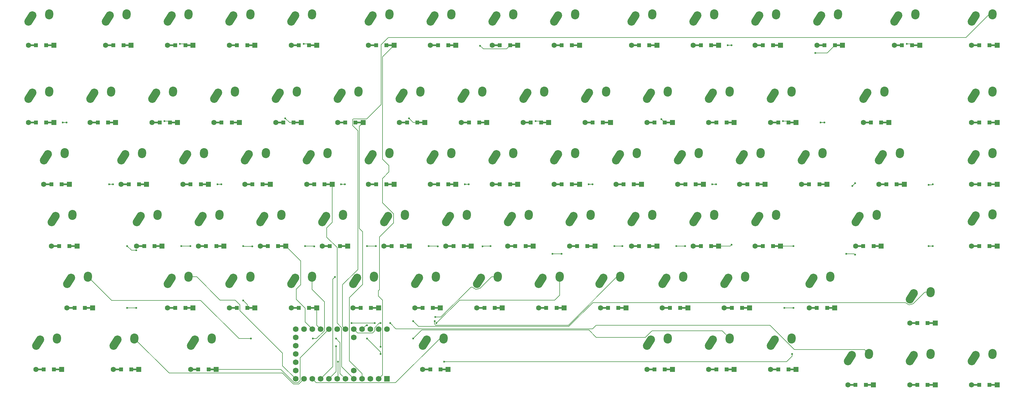
<source format=gbr>
%TF.GenerationSoftware,KiCad,Pcbnew,9.0.2*%
%TF.CreationDate,2025-11-03T13:59:49-05:00*%
%TF.ProjectId,750-THR-Earthtyper,3735302d-5448-4522-9d45-617274687479,rev?*%
%TF.SameCoordinates,Original*%
%TF.FileFunction,Copper,L2,Bot*%
%TF.FilePolarity,Positive*%
%FSLAX46Y46*%
G04 Gerber Fmt 4.6, Leading zero omitted, Abs format (unit mm)*
G04 Created by KiCad (PCBNEW 9.0.2) date 2025-11-03 13:59:49*
%MOMM*%
%LPD*%
G01*
G04 APERTURE LIST*
G04 Aperture macros list*
%AMHorizOval*
0 Thick line with rounded ends*
0 $1 width*
0 $2 $3 position (X,Y) of the first rounded end (center of the circle)*
0 $4 $5 position (X,Y) of the second rounded end (center of the circle)*
0 Add line between two ends*
20,1,$1,$2,$3,$4,$5,0*
0 Add two circle primitives to create the rounded ends*
1,1,$1,$2,$3*
1,1,$1,$4,$5*%
G04 Aperture macros list end*
%TA.AperFunction,ComponentPad*%
%ADD10HorizOval,2.500000X-0.604462X-0.948815X0.604462X0.948815X0*%
%TD*%
%TA.AperFunction,ComponentPad*%
%ADD11HorizOval,2.500000X-0.019724X-0.289328X0.019724X0.289328X0*%
%TD*%
%TA.AperFunction,ComponentPad*%
%ADD12R,1.600000X1.600000*%
%TD*%
%TA.AperFunction,SMDPad,CuDef*%
%ADD13R,2.500000X0.500000*%
%TD*%
%TA.AperFunction,SMDPad,CuDef*%
%ADD14R,1.200000X1.200000*%
%TD*%
%TA.AperFunction,ComponentPad*%
%ADD15C,1.600000*%
%TD*%
%TA.AperFunction,ComponentPad*%
%ADD16R,1.752600X1.752600*%
%TD*%
%TA.AperFunction,ComponentPad*%
%ADD17C,1.752600*%
%TD*%
%TA.AperFunction,ViaPad*%
%ADD18C,0.600000*%
%TD*%
%TA.AperFunction,Conductor*%
%ADD19C,0.200000*%
%TD*%
G04 APERTURE END LIST*
D10*
%TO.P,K40,1*%
%TO.N,Net-(D40-A)*%
X174043350Y84050700D03*
D11*
%TO.P,K40,2*%
%TO.N,Net-(U1-PE6)*%
X179818350Y85320700D03*
%TD*%
D10*
%TO.P,K8,1*%
%TO.N,Net-(D8-A)*%
X136146550Y126684600D03*
D11*
%TO.P,K8,2*%
%TO.N,Net-(U1-PD5)*%
X141921550Y127954600D03*
%TD*%
D10*
%TO.P,K58,1*%
%TO.N,Net-(D58-A)*%
X247468400Y65102300D03*
D11*
%TO.P,K58,2*%
%TO.N,Net-(U1-PF4)*%
X253243400Y66372300D03*
%TD*%
D10*
%TO.P,K75,1*%
%TO.N,Net-(D75-A)*%
X114829600Y27205500D03*
D11*
%TO.P,K75,2*%
%TO.N,Net-(U1-PD3)*%
X120604600Y28475500D03*
%TD*%
D10*
%TO.P,K76,1*%
%TO.N,Net-(D76-A)*%
X183517550Y27205500D03*
D11*
%TO.P,K76,2*%
%TO.N,Net-(U1-PE6)*%
X189292550Y28475500D03*
%TD*%
D10*
%TO.P,K50,1*%
%TO.N,Net-(D50-A)*%
X84038450Y65102300D03*
D11*
%TO.P,K50,2*%
%TO.N,Net-(U1-PD2)*%
X89813450Y66372300D03*
%TD*%
D10*
%TO.P,K48,1*%
%TO.N,Net-(D48-A)*%
X46141650Y65102300D03*
D11*
%TO.P,K48,2*%
%TO.N,Net-(U1-PD0)*%
X51916650Y66372300D03*
%TD*%
D10*
%TO.P,K23,1*%
%TO.N,Net-(D23-A)*%
X126672350Y102999100D03*
D11*
%TO.P,K23,2*%
%TO.N,Net-(U1-PD4)*%
X132447350Y104269100D03*
%TD*%
D10*
%TO.P,K69,1*%
%TO.N,Net-(D69-A)*%
X188254650Y46153900D03*
D11*
%TO.P,K69,2*%
%TO.N,Net-(U1-PE6)*%
X194029650Y47423900D03*
%TD*%
D10*
%TO.P,K54,1*%
%TO.N,Net-(D54-A)*%
X159832050Y65102300D03*
D11*
%TO.P,K54,2*%
%TO.N,Net-(U1-PD7)*%
X165607050Y66372300D03*
%TD*%
D10*
%TO.P,K51,1*%
%TO.N,Net-(D51-A)*%
X102986850Y65102300D03*
D11*
%TO.P,K51,2*%
%TO.N,Net-(U1-PD3)*%
X108761850Y66372300D03*
%TD*%
D10*
%TO.P,K63,1*%
%TO.N,Net-(D63-A)*%
X74564250Y46153900D03*
D11*
%TO.P,K63,2*%
%TO.N,Net-(U1-PD1)*%
X80339250Y47423900D03*
%TD*%
D10*
%TO.P,K14,1*%
%TO.N,Net-(D14-A)*%
X259311150Y126684600D03*
D11*
%TO.P,K14,2*%
%TO.N,Net-(U1-PF5)*%
X265086150Y127954600D03*
%TD*%
D10*
%TO.P,K43,1*%
%TO.N,Net-(D43-A)*%
X230888550Y84050700D03*
D11*
%TO.P,K43,2*%
%TO.N,Net-(U1-PF4)*%
X236663550Y85320700D03*
%TD*%
D10*
%TO.P,K44,1*%
%TO.N,Net-(D44-A)*%
X254574050Y84050700D03*
D11*
%TO.P,K44,2*%
%TO.N,Net-(U1-PF5)*%
X260349050Y85320700D03*
%TD*%
D10*
%TO.P,K57,1*%
%TO.N,Net-(D57-A)*%
X216677250Y65102300D03*
D11*
%TO.P,K57,2*%
%TO.N,Net-(U1-PF1)*%
X222452250Y66372300D03*
%TD*%
D10*
%TO.P,K24,1*%
%TO.N,Net-(D24-A)*%
X145620750Y102999100D03*
D11*
%TO.P,K24,2*%
%TO.N,Net-(U1-PD5)*%
X151395750Y104269100D03*
%TD*%
D10*
%TO.P,K39,1*%
%TO.N,Net-(D39-A)*%
X155094950Y84050700D03*
D11*
%TO.P,K39,2*%
%TO.N,Net-(U1-PD7)*%
X160869950Y85320700D03*
%TD*%
D10*
%TO.P,K65,1*%
%TO.N,Net-(D65-A)*%
X112461050Y46153900D03*
D11*
%TO.P,K65,2*%
%TO.N,Net-(U1-PD3)*%
X118236050Y47423900D03*
%TD*%
D10*
%TO.P,K7,1*%
%TO.N,Net-(D7-A)*%
X117198150Y126684600D03*
D11*
%TO.P,K7,2*%
%TO.N,Net-(U1-PD4)*%
X122973150Y127954600D03*
%TD*%
D10*
%TO.P,K20,1*%
%TO.N,Net-(D20-A)*%
X69827150Y102999100D03*
D11*
%TO.P,K20,2*%
%TO.N,Net-(U1-PD1)*%
X75602150Y104269100D03*
%TD*%
D10*
%TO.P,K72,1*%
%TO.N,Net-(D72-A)*%
X-3597900Y27205500D03*
D11*
%TO.P,K72,2*%
%TO.N,Net-(U1-PB7)*%
X2177100Y28475500D03*
%TD*%
D10*
%TO.P,K68,1*%
%TO.N,Net-(D68-A)*%
X168963350Y46153900D03*
D11*
%TO.P,K68,2*%
%TO.N,Net-(U1-PD7)*%
X174738350Y47423900D03*
%TD*%
D10*
%TO.P,K81,1*%
%TO.N,Net-(D81-A)*%
X264048250Y22468400D03*
D11*
%TO.P,K81,2*%
%TO.N,Net-(U1-PF5)*%
X269823250Y23738400D03*
%TD*%
D10*
%TO.P,K74,1*%
%TO.N,Net-(D74-A)*%
X43773100Y27205500D03*
D11*
%TO.P,K74,2*%
%TO.N,Net-(U1-PD0)*%
X49548100Y28475500D03*
%TD*%
D10*
%TO.P,K35,1*%
%TO.N,Net-(D35-A)*%
X79301350Y84050700D03*
D11*
%TO.P,K35,2*%
%TO.N,Net-(U1-PD2)*%
X85076350Y85320700D03*
%TD*%
D10*
%TO.P,K66,1*%
%TO.N,Net-(D66-A)*%
X131409450Y46153900D03*
D11*
%TO.P,K66,2*%
%TO.N,Net-(U1-PD4)*%
X137184450Y47423900D03*
%TD*%
D10*
%TO.P,K38,1*%
%TO.N,Net-(D38-A)*%
X136146550Y84050700D03*
D11*
%TO.P,K38,2*%
%TO.N,Net-(U1-PD5)*%
X141921550Y85320700D03*
%TD*%
D10*
%TO.P,K3,1*%
%TO.N,Net-(D3-A)*%
X36667450Y126684600D03*
D11*
%TO.P,K3,2*%
%TO.N,Net-(U1-PC7)*%
X42442450Y127954600D03*
%TD*%
D10*
%TO.P,K67,1*%
%TO.N,Net-(D67-A)*%
X150357850Y46153900D03*
D11*
%TO.P,K67,2*%
%TO.N,Net-(U1-PD5)*%
X156132850Y47423900D03*
%TD*%
D10*
%TO.P,K79,1*%
%TO.N,Net-(D79-A)*%
X245099850Y22468400D03*
D11*
%TO.P,K79,2*%
%TO.N,Net-(U1-PF4)*%
X250874850Y23738400D03*
%TD*%
D10*
%TO.P,K10,1*%
%TO.N,Net-(D10-A)*%
X178780450Y126684600D03*
D11*
%TO.P,K10,2*%
%TO.N,Net-(U1-PE6)*%
X184555450Y127954600D03*
%TD*%
D10*
%TO.P,K64,1*%
%TO.N,Net-(D64-A)*%
X93512650Y46153900D03*
D11*
%TO.P,K64,2*%
%TO.N,Net-(U1-PD2)*%
X99287650Y47423900D03*
%TD*%
D10*
%TO.P,K32,1*%
%TO.N,Net-(D32-A)*%
X22456150Y84050700D03*
D11*
%TO.P,K32,2*%
%TO.N,Net-(U1-PC7)*%
X28231150Y85320700D03*
%TD*%
D10*
%TO.P,K61,1*%
%TO.N,Net-(D61-A)*%
X36667450Y46153900D03*
D11*
%TO.P,K61,2*%
%TO.N,Net-(U1-PC7)*%
X42442450Y47423900D03*
%TD*%
D10*
%TO.P,K33,1*%
%TO.N,Net-(D33-A)*%
X41404550Y84050700D03*
D11*
%TO.P,K33,2*%
%TO.N,Net-(U1-PD0)*%
X47179550Y85320700D03*
%TD*%
D10*
%TO.P,K52,1*%
%TO.N,Net-(D52-A)*%
X121935250Y65102300D03*
D11*
%TO.P,K52,2*%
%TO.N,Net-(U1-PD4)*%
X127710250Y66372300D03*
%TD*%
D10*
%TO.P,K30,1*%
%TO.N,Net-(D30-A)*%
X282996650Y102999100D03*
D11*
%TO.P,K30,2*%
%TO.N,Net-(U1-PF6)*%
X288771650Y104269100D03*
%TD*%
D10*
%TO.P,K56,1*%
%TO.N,Net-(D56-A)*%
X197728850Y65102300D03*
D11*
%TO.P,K56,2*%
%TO.N,Net-(U1-PF0)*%
X203503850Y66372300D03*
%TD*%
D10*
%TO.P,K73,1*%
%TO.N,Net-(D73-A)*%
X20087600Y27205500D03*
D11*
%TO.P,K73,2*%
%TO.N,Net-(U1-PC6)*%
X25862600Y28475500D03*
%TD*%
D10*
%TO.P,K82,1*%
%TO.N,Net-(D82-A)*%
X282996650Y22468400D03*
D11*
%TO.P,K82,2*%
%TO.N,Net-(U1-PF6)*%
X288771650Y23738400D03*
%TD*%
D10*
%TO.P,K37,1*%
%TO.N,Net-(D37-A)*%
X117198150Y84050700D03*
D11*
%TO.P,K37,2*%
%TO.N,Net-(U1-PD4)*%
X122973150Y85320700D03*
%TD*%
D10*
%TO.P,K49,1*%
%TO.N,Net-(D49-A)*%
X65090050Y65102300D03*
D11*
%TO.P,K49,2*%
%TO.N,Net-(U1-PD1)*%
X70865050Y66372300D03*
%TD*%
D10*
%TO.P,K21,1*%
%TO.N,Net-(D21-A)*%
X88775550Y102999100D03*
D11*
%TO.P,K21,2*%
%TO.N,Net-(U1-PD2)*%
X94550550Y104269100D03*
%TD*%
D10*
%TO.P,K12,1*%
%TO.N,Net-(D12-A)*%
X216677250Y126684600D03*
D11*
%TO.P,K12,2*%
%TO.N,Net-(U1-PF1)*%
X222452250Y127954600D03*
%TD*%
D10*
%TO.P,K1,1*%
%TO.N,Net-(D1-A)*%
X-5966450Y126684600D03*
D11*
%TO.P,K1,2*%
%TO.N,Net-(U1-PB7)*%
X-191450Y127954600D03*
%TD*%
D10*
%TO.P,K77,1*%
%TO.N,Net-(D77-A)*%
X202465950Y27205500D03*
D11*
%TO.P,K77,2*%
%TO.N,Net-(U1-PF0)*%
X208240950Y28475500D03*
%TD*%
D10*
%TO.P,K29,1*%
%TO.N,Net-(D29-A)*%
X249836950Y102999100D03*
D11*
%TO.P,K29,2*%
%TO.N,Net-(U1-PF5)*%
X255611950Y104269100D03*
%TD*%
D10*
%TO.P,K18,1*%
%TO.N,Net-(D18-A)*%
X31930350Y102999100D03*
D11*
%TO.P,K18,2*%
%TO.N,Net-(U1-PC7)*%
X37705350Y104269100D03*
%TD*%
D10*
%TO.P,K13,1*%
%TO.N,Net-(D13-A)*%
X235625650Y126684600D03*
D11*
%TO.P,K13,2*%
%TO.N,Net-(U1-PF4)*%
X241400650Y127954600D03*
%TD*%
D10*
%TO.P,K70,1*%
%TO.N,Net-(D70-A)*%
X207203050Y46153900D03*
D11*
%TO.P,K70,2*%
%TO.N,Net-(U1-PF0)*%
X212978050Y47423900D03*
%TD*%
D10*
%TO.P,K41,1*%
%TO.N,Net-(D41-A)*%
X192991750Y84050700D03*
D11*
%TO.P,K41,2*%
%TO.N,Net-(U1-PF0)*%
X198766750Y85320700D03*
%TD*%
D10*
%TO.P,K60,1*%
%TO.N,Net-(D60-A)*%
X5876300Y46153900D03*
D11*
%TO.P,K60,2*%
%TO.N,Net-(U1-PB7)*%
X11651300Y47423900D03*
%TD*%
D10*
%TO.P,K15,1*%
%TO.N,Net-(D15-A)*%
X282996650Y126684600D03*
D11*
%TO.P,K15,2*%
%TO.N,Net-(U1-PF6)*%
X288771650Y127954600D03*
%TD*%
D10*
%TO.P,K22,1*%
%TO.N,Net-(D22-A)*%
X107723950Y102999100D03*
D11*
%TO.P,K22,2*%
%TO.N,Net-(U1-PD3)*%
X113498950Y104269100D03*
%TD*%
D10*
%TO.P,K9,1*%
%TO.N,Net-(D9-A)*%
X155094950Y126684600D03*
D11*
%TO.P,K9,2*%
%TO.N,Net-(U1-PD7)*%
X160869950Y127954600D03*
%TD*%
D10*
%TO.P,K27,1*%
%TO.N,Net-(D27-A)*%
X202465950Y102999100D03*
D11*
%TO.P,K27,2*%
%TO.N,Net-(U1-PF0)*%
X208240950Y104269100D03*
%TD*%
D10*
%TO.P,K45,1*%
%TO.N,Net-(D45-A)*%
X282996650Y84050700D03*
D11*
%TO.P,K45,2*%
%TO.N,Net-(U1-PF6)*%
X288771650Y85320700D03*
%TD*%
D10*
%TO.P,K4,1*%
%TO.N,Net-(D4-A)*%
X55615850Y126684600D03*
D11*
%TO.P,K4,2*%
%TO.N,Net-(U1-PD0)*%
X61390850Y127954600D03*
%TD*%
D10*
%TO.P,K34,1*%
%TO.N,Net-(D34-A)*%
X60352950Y84050700D03*
D11*
%TO.P,K34,2*%
%TO.N,Net-(U1-PD1)*%
X66127950Y85320700D03*
%TD*%
D10*
%TO.P,K42,1*%
%TO.N,Net-(D42-A)*%
X211940150Y84050700D03*
D11*
%TO.P,K42,2*%
%TO.N,Net-(U1-PF1)*%
X217715150Y85320700D03*
%TD*%
D10*
%TO.P,K62,1*%
%TO.N,Net-(D62-A)*%
X55615850Y46153900D03*
D11*
%TO.P,K62,2*%
%TO.N,Net-(U1-PD0)*%
X61390850Y47423900D03*
%TD*%
D10*
%TO.P,K26,1*%
%TO.N,Net-(D26-A)*%
X183517550Y102999100D03*
D11*
%TO.P,K26,2*%
%TO.N,Net-(U1-PE6)*%
X189292550Y104269100D03*
%TD*%
D10*
%TO.P,K19,1*%
%TO.N,Net-(D19-A)*%
X50878750Y102999100D03*
D11*
%TO.P,K19,2*%
%TO.N,Net-(U1-PD0)*%
X56653750Y104269100D03*
%TD*%
D10*
%TO.P,K55,1*%
%TO.N,Net-(D55-A)*%
X178780450Y65102300D03*
D11*
%TO.P,K55,2*%
%TO.N,Net-(U1-PE6)*%
X184555450Y66372300D03*
%TD*%
D10*
%TO.P,K31,1*%
%TO.N,Net-(D31-A)*%
X-1229350Y84050700D03*
D11*
%TO.P,K31,2*%
%TO.N,Net-(U1-PB7)*%
X4545650Y85320700D03*
%TD*%
D10*
%TO.P,K59,1*%
%TO.N,Net-(D59-A)*%
X282996650Y65254700D03*
D11*
%TO.P,K59,2*%
%TO.N,Net-(U1-PF6)*%
X288771650Y66524700D03*
%TD*%
D10*
%TO.P,K78,1*%
%TO.N,Net-(D78-A)*%
X221414350Y27205500D03*
D11*
%TO.P,K78,2*%
%TO.N,Net-(U1-PF1)*%
X227189350Y28475500D03*
%TD*%
D10*
%TO.P,K53,1*%
%TO.N,Net-(D53-A)*%
X140883650Y65102300D03*
D11*
%TO.P,K53,2*%
%TO.N,Net-(U1-PD5)*%
X146658650Y66372300D03*
%TD*%
D10*
%TO.P,K6,1*%
%TO.N,Net-(D6-A)*%
X98249750Y126684600D03*
D11*
%TO.P,K6,2*%
%TO.N,Net-(U1-PD3)*%
X104024750Y127954600D03*
%TD*%
D10*
%TO.P,K25,1*%
%TO.N,Net-(D25-A)*%
X164569150Y102999100D03*
D11*
%TO.P,K25,2*%
%TO.N,Net-(U1-PD7)*%
X170344150Y104269100D03*
%TD*%
D10*
%TO.P,K36,1*%
%TO.N,Net-(D36-A)*%
X98249750Y84050700D03*
D11*
%TO.P,K36,2*%
%TO.N,Net-(U1-PD3)*%
X104024750Y85320700D03*
%TD*%
D10*
%TO.P,K16,1*%
%TO.N,Net-(D16-A)*%
X-5966450Y102999100D03*
D11*
%TO.P,K16,2*%
%TO.N,Net-(U1-PB7)*%
X-191450Y104269100D03*
%TD*%
D10*
%TO.P,K71,1*%
%TO.N,Net-(D71-A)*%
X233257100Y46153900D03*
D11*
%TO.P,K71,2*%
%TO.N,Net-(U1-PF4)*%
X239032100Y47423900D03*
%TD*%
D10*
%TO.P,K46,1*%
%TO.N,Net-(D46-A)*%
X1139200Y65102300D03*
D11*
%TO.P,K46,2*%
%TO.N,Net-(U1-PB7)*%
X6914200Y66372300D03*
%TD*%
D10*
%TO.P,K80,1*%
%TO.N,Net-(D80-A)*%
X264048250Y41416800D03*
D11*
%TO.P,K80,2*%
%TO.N,Net-(U1-PF5)*%
X269823250Y42686800D03*
%TD*%
D10*
%TO.P,K28,1*%
%TO.N,Net-(D28-A)*%
X221414350Y102999100D03*
D11*
%TO.P,K28,2*%
%TO.N,Net-(U1-PF1)*%
X227189350Y104269100D03*
%TD*%
D10*
%TO.P,K11,1*%
%TO.N,Net-(D11-A)*%
X197728850Y126684600D03*
D11*
%TO.P,K11,2*%
%TO.N,Net-(U1-PF0)*%
X203503850Y127954600D03*
%TD*%
D10*
%TO.P,K5,1*%
%TO.N,Net-(D5-A)*%
X74564250Y126684600D03*
D11*
%TO.P,K5,2*%
%TO.N,Net-(U1-PD1)*%
X80339250Y127954600D03*
%TD*%
D10*
%TO.P,K47,1*%
%TO.N,Net-(D47-A)*%
X27193250Y65102300D03*
D11*
%TO.P,K47,2*%
%TO.N,Net-(U1-PC7)*%
X32968250Y66372300D03*
%TD*%
D10*
%TO.P,K17,1*%
%TO.N,Net-(D17-A)*%
X12981950Y102999100D03*
D11*
%TO.P,K17,2*%
%TO.N,Net-(U1-PC6)*%
X18756950Y104269100D03*
%TD*%
D10*
%TO.P,K2,1*%
%TO.N,Net-(D2-A)*%
X17719050Y126684600D03*
D11*
%TO.P,K2,2*%
%TO.N,Net-(U1-PC6)*%
X23494050Y127954600D03*
%TD*%
D12*
%TO.P,D57,1,K*%
%TO.N,Net-(D46-K)*%
X223832250Y56845200D03*
D13*
X222632250Y56845200D03*
D14*
X221507250Y56845200D03*
%TO.P,D57,2,A*%
%TO.N,Net-(D57-A)*%
X218357250Y56845200D03*
D13*
X217232250Y56845200D03*
D15*
X216032250Y56845200D03*
%TD*%
D12*
%TO.P,D33,1,K*%
%TO.N,Net-(D31-K)*%
X48559550Y75793600D03*
D13*
X47359550Y75793600D03*
D14*
X46234550Y75793600D03*
%TO.P,D33,2,A*%
%TO.N,Net-(D33-A)*%
X43084550Y75793600D03*
D13*
X41959550Y75793600D03*
D15*
X40759550Y75793600D03*
%TD*%
D12*
%TO.P,D40,1,K*%
%TO.N,Net-(D31-K)*%
X181198350Y75793600D03*
D13*
X179998350Y75793600D03*
D14*
X178873350Y75793600D03*
%TO.P,D40,2,A*%
%TO.N,Net-(D40-A)*%
X175723350Y75793600D03*
D13*
X174598350Y75793600D03*
D15*
X173398350Y75793600D03*
%TD*%
D12*
%TO.P,D71,1,K*%
%TO.N,Net-(D60-K)*%
X240412100Y37896800D03*
D13*
X239212100Y37896800D03*
D14*
X238087100Y37896800D03*
%TO.P,D71,2,A*%
%TO.N,Net-(D71-A)*%
X234937100Y37896800D03*
D13*
X233812100Y37896800D03*
D15*
X232612100Y37896800D03*
%TD*%
D12*
%TO.P,D43,1,K*%
%TO.N,Net-(D31-K)*%
X238043550Y75793600D03*
D13*
X236843550Y75793600D03*
D14*
X235718550Y75793600D03*
%TO.P,D43,2,A*%
%TO.N,Net-(D43-A)*%
X232568550Y75793600D03*
D13*
X231443550Y75793600D03*
D15*
X230243550Y75793600D03*
%TD*%
D12*
%TO.P,D50,1,K*%
%TO.N,Net-(D46-K)*%
X91193450Y56845200D03*
D13*
X89993450Y56845200D03*
D14*
X88868450Y56845200D03*
%TO.P,D50,2,A*%
%TO.N,Net-(D50-A)*%
X85718450Y56845200D03*
D13*
X84593450Y56845200D03*
D15*
X83393450Y56845200D03*
%TD*%
D12*
%TO.P,D21,1,K*%
%TO.N,Net-(D16-K)*%
X95930550Y94742000D03*
D13*
X94730550Y94742000D03*
D14*
X93605550Y94742000D03*
%TO.P,D21,2,A*%
%TO.N,Net-(D21-A)*%
X90455550Y94742000D03*
D13*
X89330550Y94742000D03*
D15*
X88130550Y94742000D03*
%TD*%
D12*
%TO.P,D65,1,K*%
%TO.N,Net-(D60-K)*%
X119616050Y37896800D03*
D13*
X118416050Y37896800D03*
D14*
X117291050Y37896800D03*
%TO.P,D65,2,A*%
%TO.N,Net-(D65-A)*%
X114141050Y37896800D03*
D13*
X113016050Y37896800D03*
D15*
X111816050Y37896800D03*
%TD*%
D12*
%TO.P,D6,1,K*%
%TO.N,Net-(D1-K)*%
X105404750Y118427500D03*
D13*
X104204750Y118427500D03*
D14*
X103079750Y118427500D03*
%TO.P,D6,2,A*%
%TO.N,Net-(D6-A)*%
X99929750Y118427500D03*
D13*
X98804750Y118427500D03*
D15*
X97604750Y118427500D03*
%TD*%
D12*
%TO.P,D14,1,K*%
%TO.N,Net-(D1-K)*%
X266466150Y118427500D03*
D13*
X265266150Y118427500D03*
D14*
X264141150Y118427500D03*
%TO.P,D14,2,A*%
%TO.N,Net-(D14-A)*%
X260991150Y118427500D03*
D13*
X259866150Y118427500D03*
D15*
X258666150Y118427500D03*
%TD*%
D12*
%TO.P,D72,1,K*%
%TO.N,Net-(D72-K)*%
X3557100Y18948400D03*
D13*
X2357100Y18948400D03*
D14*
X1232100Y18948400D03*
%TO.P,D72,2,A*%
%TO.N,Net-(D72-A)*%
X-1917900Y18948400D03*
D13*
X-3042900Y18948400D03*
D15*
X-4242900Y18948400D03*
%TD*%
D12*
%TO.P,D70,1,K*%
%TO.N,Net-(D60-K)*%
X214358050Y37896800D03*
D13*
X213158050Y37896800D03*
D14*
X212033050Y37896800D03*
%TO.P,D70,2,A*%
%TO.N,Net-(D70-A)*%
X208883050Y37896800D03*
D13*
X207758050Y37896800D03*
D15*
X206558050Y37896800D03*
%TD*%
D12*
%TO.P,D77,1,K*%
%TO.N,Net-(D72-K)*%
X209620950Y18948400D03*
D13*
X208420950Y18948400D03*
D14*
X207295950Y18948400D03*
%TO.P,D77,2,A*%
%TO.N,Net-(D77-A)*%
X204145950Y18948400D03*
D13*
X203020950Y18948400D03*
D15*
X201820950Y18948400D03*
%TD*%
D12*
%TO.P,D26,1,K*%
%TO.N,Net-(D16-K)*%
X190672550Y94742000D03*
D13*
X189472550Y94742000D03*
D14*
X188347550Y94742000D03*
%TO.P,D26,2,A*%
%TO.N,Net-(D26-A)*%
X185197550Y94742000D03*
D13*
X184072550Y94742000D03*
D15*
X182872550Y94742000D03*
%TD*%
D12*
%TO.P,D75,1,K*%
%TO.N,Net-(D72-K)*%
X121984600Y18948400D03*
D13*
X120784600Y18948400D03*
D14*
X119659600Y18948400D03*
%TO.P,D75,2,A*%
%TO.N,Net-(D75-A)*%
X116509600Y18948400D03*
D13*
X115384600Y18948400D03*
D15*
X114184600Y18948400D03*
%TD*%
D12*
%TO.P,D69,1,K*%
%TO.N,Net-(D60-K)*%
X195409650Y37896800D03*
D13*
X194209650Y37896800D03*
D14*
X193084650Y37896800D03*
%TO.P,D69,2,A*%
%TO.N,Net-(D69-A)*%
X189934650Y37896800D03*
D13*
X188809650Y37896800D03*
D15*
X187609650Y37896800D03*
%TD*%
D12*
%TO.P,D58,1,K*%
%TO.N,Net-(D46-K)*%
X254623400Y56845200D03*
D13*
X253423400Y56845200D03*
D14*
X252298400Y56845200D03*
%TO.P,D58,2,A*%
%TO.N,Net-(D58-A)*%
X249148400Y56845200D03*
D13*
X248023400Y56845200D03*
D15*
X246823400Y56845200D03*
%TD*%
D12*
%TO.P,D16,1,K*%
%TO.N,Net-(D16-K)*%
X1188550Y94742000D03*
D13*
X-11450Y94742000D03*
D14*
X-1136450Y94742000D03*
%TO.P,D16,2,A*%
%TO.N,Net-(D16-A)*%
X-4286450Y94742000D03*
D13*
X-5411450Y94742000D03*
D15*
X-6611450Y94742000D03*
%TD*%
D12*
%TO.P,D23,1,K*%
%TO.N,Net-(D16-K)*%
X133827350Y94742000D03*
D13*
X132627350Y94742000D03*
D14*
X131502350Y94742000D03*
%TO.P,D23,2,A*%
%TO.N,Net-(D23-A)*%
X128352350Y94742000D03*
D13*
X127227350Y94742000D03*
D15*
X126027350Y94742000D03*
%TD*%
D12*
%TO.P,D76,1,K*%
%TO.N,Net-(D72-K)*%
X190672550Y18948400D03*
D13*
X189472550Y18948400D03*
D14*
X188347550Y18948400D03*
%TO.P,D76,2,A*%
%TO.N,Net-(D76-A)*%
X185197550Y18948400D03*
D13*
X184072550Y18948400D03*
D15*
X182872550Y18948400D03*
%TD*%
D12*
%TO.P,D68,1,K*%
%TO.N,Net-(D60-K)*%
X176461250Y37896800D03*
D13*
X175261250Y37896800D03*
D14*
X174136250Y37896800D03*
%TO.P,D68,2,A*%
%TO.N,Net-(D68-A)*%
X170986250Y37896800D03*
D13*
X169861250Y37896800D03*
D15*
X168661250Y37896800D03*
%TD*%
D12*
%TO.P,D27,1,K*%
%TO.N,Net-(D16-K)*%
X209620950Y94742000D03*
D13*
X208420950Y94742000D03*
D14*
X207295950Y94742000D03*
%TO.P,D27,2,A*%
%TO.N,Net-(D27-A)*%
X204145950Y94742000D03*
D13*
X203020950Y94742000D03*
D15*
X201820950Y94742000D03*
%TD*%
D12*
%TO.P,D5,1,K*%
%TO.N,Net-(D1-K)*%
X81719250Y118427500D03*
D13*
X80519250Y118427500D03*
D14*
X79394250Y118427500D03*
%TO.P,D5,2,A*%
%TO.N,Net-(D5-A)*%
X76244250Y118427500D03*
D13*
X75119250Y118427500D03*
D15*
X73919250Y118427500D03*
%TD*%
D12*
%TO.P,D39,1,K*%
%TO.N,Net-(D31-K)*%
X162249950Y75793600D03*
D13*
X161049950Y75793600D03*
D14*
X159924950Y75793600D03*
%TO.P,D39,2,A*%
%TO.N,Net-(D39-A)*%
X156774950Y75793600D03*
D13*
X155649950Y75793600D03*
D15*
X154449950Y75793600D03*
%TD*%
D12*
%TO.P,D45,1,K*%
%TO.N,Net-(D31-K)*%
X290151650Y75793600D03*
D13*
X288951650Y75793600D03*
D14*
X287826650Y75793600D03*
%TO.P,D45,2,A*%
%TO.N,Net-(D45-A)*%
X284676650Y75793600D03*
D13*
X283551650Y75793600D03*
D15*
X282351650Y75793600D03*
%TD*%
D12*
%TO.P,D56,1,K*%
%TO.N,Net-(D46-K)*%
X204883850Y56845200D03*
D13*
X203683850Y56845200D03*
D14*
X202558850Y56845200D03*
%TO.P,D56,2,A*%
%TO.N,Net-(D56-A)*%
X199408850Y56845200D03*
D13*
X198283850Y56845200D03*
D15*
X197083850Y56845200D03*
%TD*%
D12*
%TO.P,D52,1,K*%
%TO.N,Net-(D46-K)*%
X129090250Y56845200D03*
D13*
X127890250Y56845200D03*
D14*
X126765250Y56845200D03*
%TO.P,D52,2,A*%
%TO.N,Net-(D52-A)*%
X123615250Y56845200D03*
D13*
X122490250Y56845200D03*
D15*
X121290250Y56845200D03*
%TD*%
D12*
%TO.P,D80,1,K*%
%TO.N,Net-(D60-K)*%
X271203250Y33159700D03*
D13*
X270003250Y33159700D03*
D14*
X268878250Y33159700D03*
%TO.P,D80,2,A*%
%TO.N,Net-(D80-A)*%
X265728250Y33159700D03*
D13*
X264603250Y33159700D03*
D15*
X263403250Y33159700D03*
%TD*%
D12*
%TO.P,D28,1,K*%
%TO.N,Net-(D16-K)*%
X228569350Y94742000D03*
D13*
X227369350Y94742000D03*
D14*
X226244350Y94742000D03*
%TO.P,D28,2,A*%
%TO.N,Net-(D28-A)*%
X223094350Y94742000D03*
D13*
X221969350Y94742000D03*
D15*
X220769350Y94742000D03*
%TD*%
D16*
%TO.P,U1,1,GND*%
%TO.N,unconnected-(U1-GND-Pad1)*%
X103219250Y16065500D03*
D17*
%TO.P,U1,2,PB0*%
%TO.N,Net-(D1-K)*%
X100679250Y16065500D03*
%TO.P,U1,3,PB1*%
%TO.N,unconnected-(U1-PB1-Pad3)*%
X98139250Y16065500D03*
%TO.P,U1,4,PB2*%
%TO.N,Net-(D16-K)*%
X95599250Y16065500D03*
%TO.P,U1,5,PB3*%
%TO.N,Net-(D31-K)*%
X93059250Y16065500D03*
%TO.P,U1,6,PB7*%
%TO.N,Net-(U1-PB7)*%
X90519250Y16065500D03*
%TO.P,U1,7,PD0*%
%TO.N,Net-(U1-PD0)*%
X87979250Y16065500D03*
%TO.P,U1,8,PD1*%
%TO.N,Net-(U1-PD1)*%
X85439250Y16065500D03*
%TO.P,U1,9,PD2*%
%TO.N,Net-(U1-PD2)*%
X82899250Y16065500D03*
%TO.P,U1,10,PD3*%
%TO.N,Net-(U1-PD3)*%
X80359250Y16065500D03*
%TO.P,U1,11,PC6*%
%TO.N,Net-(U1-PC6)*%
X77819250Y16065500D03*
%TO.P,U1,12,PC7*%
%TO.N,Net-(U1-PC7)*%
X75279250Y16065500D03*
%TO.P,U1,13,PD5*%
%TO.N,Net-(U1-PD5)*%
X75279250Y18605500D03*
%TO.P,U1,14,VCC*%
%TO.N,unconnected-(U1-VCC-Pad14)*%
X75279250Y21145500D03*
%TO.P,U1,15,GND*%
%TO.N,unconnected-(U1-GND-Pad15)*%
X75279250Y23685500D03*
%TO.P,U1,16,RST*%
%TO.N,unconnected-(U1-RST-Pad16)*%
X75279250Y26225500D03*
%TO.P,U1,17,PD4*%
%TO.N,Net-(U1-PD4)*%
X75279250Y28765500D03*
%TO.P,U1,18,PD6*%
%TO.N,unconnected-(U1-PD6-Pad18)*%
X75279250Y31305500D03*
%TO.P,U1,19,PD7*%
%TO.N,Net-(U1-PD7)*%
X77819250Y31305500D03*
%TO.P,U1,20,PB4*%
%TO.N,Net-(D46-K)*%
X80359250Y31305500D03*
%TO.P,U1,21,PB5*%
%TO.N,Net-(D60-K)*%
X82899250Y31305500D03*
%TO.P,U1,22,PB6*%
%TO.N,Net-(D72-K)*%
X85439250Y31305500D03*
%TO.P,U1,23,PF7*%
%TO.N,unconnected-(U1-PF7-Pad23)*%
X87979250Y31305500D03*
%TO.P,U1,24,PF6*%
%TO.N,Net-(U1-PF6)*%
X90519250Y31305500D03*
%TO.P,U1,25,PF5*%
%TO.N,Net-(U1-PF5)*%
X93059250Y31305500D03*
%TO.P,U1,26,PF4*%
%TO.N,Net-(U1-PF4)*%
X95599250Y31305500D03*
%TO.P,U1,27,PF1*%
%TO.N,Net-(U1-PF1)*%
X98139250Y31305500D03*
%TO.P,U1,28,PF0*%
%TO.N,Net-(U1-PF0)*%
X100679250Y31305500D03*
%TO.P,U1,29,VCC*%
%TO.N,unconnected-(U1-VCC-Pad29)*%
X103219250Y31305500D03*
%TO.P,U1,30,AREF*%
%TO.N,unconnected-(U1-AREF-Pad30)*%
X93059250Y28765500D03*
%TO.P,U1,31,PE6*%
%TO.N,Net-(U1-PE6)*%
X93059250Y18605500D03*
%TD*%
D12*
%TO.P,D30,1,K*%
%TO.N,Net-(D16-K)*%
X290151650Y94742000D03*
D13*
X288951650Y94742000D03*
D14*
X287826650Y94742000D03*
%TO.P,D30,2,A*%
%TO.N,Net-(D30-A)*%
X284676650Y94742000D03*
D13*
X283551650Y94742000D03*
D15*
X282351650Y94742000D03*
%TD*%
D12*
%TO.P,D55,1,K*%
%TO.N,Net-(D46-K)*%
X185935450Y56845200D03*
D13*
X184735450Y56845200D03*
D14*
X183610450Y56845200D03*
%TO.P,D55,2,A*%
%TO.N,Net-(D55-A)*%
X180460450Y56845200D03*
D13*
X179335450Y56845200D03*
D15*
X178135450Y56845200D03*
%TD*%
D12*
%TO.P,D79,1,K*%
%TO.N,Net-(D72-K)*%
X252254850Y14211300D03*
D13*
X251054850Y14211300D03*
D14*
X249929850Y14211300D03*
%TO.P,D79,2,A*%
%TO.N,Net-(D79-A)*%
X246779850Y14211300D03*
D13*
X245654850Y14211300D03*
D15*
X244454850Y14211300D03*
%TD*%
D12*
%TO.P,D29,1,K*%
%TO.N,Net-(D16-K)*%
X256991950Y94742000D03*
D13*
X255791950Y94742000D03*
D14*
X254666950Y94742000D03*
%TO.P,D29,2,A*%
%TO.N,Net-(D29-A)*%
X251516950Y94742000D03*
D13*
X250391950Y94742000D03*
D15*
X249191950Y94742000D03*
%TD*%
D12*
%TO.P,D74,1,K*%
%TO.N,Net-(D72-K)*%
X50928100Y18948400D03*
D13*
X49728100Y18948400D03*
D14*
X48603100Y18948400D03*
%TO.P,D74,2,A*%
%TO.N,Net-(D74-A)*%
X45453100Y18948400D03*
D13*
X44328100Y18948400D03*
D15*
X43128100Y18948400D03*
%TD*%
D12*
%TO.P,D44,1,K*%
%TO.N,Net-(D31-K)*%
X261729050Y75793600D03*
D13*
X260529050Y75793600D03*
D14*
X259404050Y75793600D03*
%TO.P,D44,2,A*%
%TO.N,Net-(D44-A)*%
X256254050Y75793600D03*
D13*
X255129050Y75793600D03*
D15*
X253929050Y75793600D03*
%TD*%
D12*
%TO.P,D64,1,K*%
%TO.N,Net-(D60-K)*%
X100667650Y37896800D03*
D13*
X99467650Y37896800D03*
D14*
X98342650Y37896800D03*
%TO.P,D64,2,A*%
%TO.N,Net-(D64-A)*%
X95192650Y37896800D03*
D13*
X94067650Y37896800D03*
D15*
X92867650Y37896800D03*
%TD*%
D12*
%TO.P,D24,1,K*%
%TO.N,Net-(D16-K)*%
X152775750Y94742000D03*
D13*
X151575750Y94742000D03*
D14*
X150450750Y94742000D03*
%TO.P,D24,2,A*%
%TO.N,Net-(D24-A)*%
X147300750Y94742000D03*
D13*
X146175750Y94742000D03*
D15*
X144975750Y94742000D03*
%TD*%
D12*
%TO.P,D73,1,K*%
%TO.N,Net-(D72-K)*%
X27242600Y18948400D03*
D13*
X26042600Y18948400D03*
D14*
X24917600Y18948400D03*
%TO.P,D73,2,A*%
%TO.N,Net-(D73-A)*%
X21767600Y18948400D03*
D13*
X20642600Y18948400D03*
D15*
X19442600Y18948400D03*
%TD*%
D12*
%TO.P,D12,1,K*%
%TO.N,Net-(D1-K)*%
X223832250Y118427500D03*
D13*
X222632250Y118427500D03*
D14*
X221507250Y118427500D03*
%TO.P,D12,2,A*%
%TO.N,Net-(D12-A)*%
X218357250Y118427500D03*
D13*
X217232250Y118427500D03*
D15*
X216032250Y118427500D03*
%TD*%
D12*
%TO.P,D81,1,K*%
%TO.N,Net-(D72-K)*%
X271203250Y14211300D03*
D13*
X270003250Y14211300D03*
D14*
X268878250Y14211300D03*
%TO.P,D81,2,A*%
%TO.N,Net-(D81-A)*%
X265728250Y14211300D03*
D13*
X264603250Y14211300D03*
D15*
X263403250Y14211300D03*
%TD*%
D12*
%TO.P,D78,1,K*%
%TO.N,Net-(D72-K)*%
X228569350Y18948400D03*
D13*
X227369350Y18948400D03*
D14*
X226244350Y18948400D03*
%TO.P,D78,2,A*%
%TO.N,Net-(D78-A)*%
X223094350Y18948400D03*
D13*
X221969350Y18948400D03*
D15*
X220769350Y18948400D03*
%TD*%
D12*
%TO.P,D38,1,K*%
%TO.N,Net-(D31-K)*%
X143301550Y75793600D03*
D13*
X142101550Y75793600D03*
D14*
X140976550Y75793600D03*
%TO.P,D38,2,A*%
%TO.N,Net-(D38-A)*%
X137826550Y75793600D03*
D13*
X136701550Y75793600D03*
D15*
X135501550Y75793600D03*
%TD*%
D12*
%TO.P,D41,1,K*%
%TO.N,Net-(D31-K)*%
X200146750Y75793600D03*
D13*
X198946750Y75793600D03*
D14*
X197821750Y75793600D03*
%TO.P,D41,2,A*%
%TO.N,Net-(D41-A)*%
X194671750Y75793600D03*
D13*
X193546750Y75793600D03*
D15*
X192346750Y75793600D03*
%TD*%
D12*
%TO.P,D13,1,K*%
%TO.N,Net-(D1-K)*%
X242780650Y118427500D03*
D13*
X241580650Y118427500D03*
D14*
X240455650Y118427500D03*
%TO.P,D13,2,A*%
%TO.N,Net-(D13-A)*%
X237305650Y118427500D03*
D13*
X236180650Y118427500D03*
D15*
X234980650Y118427500D03*
%TD*%
D12*
%TO.P,D10,1,K*%
%TO.N,Net-(D1-K)*%
X185935450Y118427500D03*
D13*
X184735450Y118427500D03*
D14*
X183610450Y118427500D03*
%TO.P,D10,2,A*%
%TO.N,Net-(D10-A)*%
X180460450Y118427500D03*
D13*
X179335450Y118427500D03*
D15*
X178135450Y118427500D03*
%TD*%
D12*
%TO.P,D60,1,K*%
%TO.N,Net-(D60-K)*%
X13031300Y37896800D03*
D13*
X11831300Y37896800D03*
D14*
X10706300Y37896800D03*
%TO.P,D60,2,A*%
%TO.N,Net-(D60-A)*%
X7556300Y37896800D03*
D13*
X6431300Y37896800D03*
D15*
X5231300Y37896800D03*
%TD*%
D12*
%TO.P,D42,1,K*%
%TO.N,Net-(D31-K)*%
X219095150Y75793600D03*
D13*
X217895150Y75793600D03*
D14*
X216770150Y75793600D03*
%TO.P,D42,2,A*%
%TO.N,Net-(D42-A)*%
X213620150Y75793600D03*
D13*
X212495150Y75793600D03*
D15*
X211295150Y75793600D03*
%TD*%
D12*
%TO.P,D53,1,K*%
%TO.N,Net-(D46-K)*%
X148038650Y56845200D03*
D13*
X146838650Y56845200D03*
D14*
X145713650Y56845200D03*
%TO.P,D53,2,A*%
%TO.N,Net-(D53-A)*%
X142563650Y56845200D03*
D13*
X141438650Y56845200D03*
D15*
X140238650Y56845200D03*
%TD*%
D12*
%TO.P,D61,1,K*%
%TO.N,Net-(D60-K)*%
X43822450Y37896800D03*
D13*
X42622450Y37896800D03*
D14*
X41497450Y37896800D03*
%TO.P,D61,2,A*%
%TO.N,Net-(D61-A)*%
X38347450Y37896800D03*
D13*
X37222450Y37896800D03*
D15*
X36022450Y37896800D03*
%TD*%
D12*
%TO.P,D48,1,K*%
%TO.N,Net-(D46-K)*%
X53296650Y56845200D03*
D13*
X52096650Y56845200D03*
D14*
X50971650Y56845200D03*
%TO.P,D48,2,A*%
%TO.N,Net-(D48-A)*%
X47821650Y56845200D03*
D13*
X46696650Y56845200D03*
D15*
X45496650Y56845200D03*
%TD*%
D12*
%TO.P,D49,1,K*%
%TO.N,Net-(D46-K)*%
X72245050Y56845200D03*
D13*
X71045050Y56845200D03*
D14*
X69920050Y56845200D03*
%TO.P,D49,2,A*%
%TO.N,Net-(D49-A)*%
X66770050Y56845200D03*
D13*
X65645050Y56845200D03*
D15*
X64445050Y56845200D03*
%TD*%
D12*
%TO.P,D62,1,K*%
%TO.N,Net-(D60-K)*%
X62770850Y37896800D03*
D13*
X61570850Y37896800D03*
D14*
X60445850Y37896800D03*
%TO.P,D62,2,A*%
%TO.N,Net-(D62-A)*%
X57295850Y37896800D03*
D13*
X56170850Y37896800D03*
D15*
X54970850Y37896800D03*
%TD*%
D12*
%TO.P,D19,1,K*%
%TO.N,Net-(D16-K)*%
X58033750Y94742000D03*
D13*
X56833750Y94742000D03*
D14*
X55708750Y94742000D03*
%TO.P,D19,2,A*%
%TO.N,Net-(D19-A)*%
X52558750Y94742000D03*
D13*
X51433750Y94742000D03*
D15*
X50233750Y94742000D03*
%TD*%
D12*
%TO.P,D1,1,K*%
%TO.N,Net-(D1-K)*%
X1188550Y118427500D03*
D13*
X-11450Y118427500D03*
D14*
X-1136450Y118427500D03*
%TO.P,D1,2,A*%
%TO.N,Net-(D1-A)*%
X-4286450Y118427500D03*
D13*
X-5411450Y118427500D03*
D15*
X-6611450Y118427500D03*
%TD*%
D12*
%TO.P,D20,1,K*%
%TO.N,Net-(D16-K)*%
X76982150Y94742000D03*
D13*
X75782150Y94742000D03*
D14*
X74657150Y94742000D03*
%TO.P,D20,2,A*%
%TO.N,Net-(D20-A)*%
X71507150Y94742000D03*
D13*
X70382150Y94742000D03*
D15*
X69182150Y94742000D03*
%TD*%
D12*
%TO.P,D37,1,K*%
%TO.N,Net-(D31-K)*%
X124353150Y75793600D03*
D13*
X123153150Y75793600D03*
D14*
X122028150Y75793600D03*
%TO.P,D37,2,A*%
%TO.N,Net-(D37-A)*%
X118878150Y75793600D03*
D13*
X117753150Y75793600D03*
D15*
X116553150Y75793600D03*
%TD*%
D12*
%TO.P,D66,1,K*%
%TO.N,Net-(D60-K)*%
X138564450Y37896800D03*
D13*
X137364450Y37896800D03*
D14*
X136239450Y37896800D03*
%TO.P,D66,2,A*%
%TO.N,Net-(D66-A)*%
X133089450Y37896800D03*
D13*
X131964450Y37896800D03*
D15*
X130764450Y37896800D03*
%TD*%
D12*
%TO.P,D9,1,K*%
%TO.N,Net-(D1-K)*%
X162249950Y118427500D03*
D13*
X161049950Y118427500D03*
D14*
X159924950Y118427500D03*
%TO.P,D9,2,A*%
%TO.N,Net-(D9-A)*%
X156774950Y118427500D03*
D13*
X155649950Y118427500D03*
D15*
X154449950Y118427500D03*
%TD*%
D12*
%TO.P,D59,1,K*%
%TO.N,Net-(D46-K)*%
X290151650Y56845200D03*
D13*
X288951650Y56845200D03*
D14*
X287826650Y56845200D03*
%TO.P,D59,2,A*%
%TO.N,Net-(D59-A)*%
X284676650Y56845200D03*
D13*
X283551650Y56845200D03*
D15*
X282351650Y56845200D03*
%TD*%
D12*
%TO.P,D8,1,K*%
%TO.N,Net-(D1-K)*%
X143301550Y118427500D03*
D13*
X142101550Y118427500D03*
D14*
X140976550Y118427500D03*
%TO.P,D8,2,A*%
%TO.N,Net-(D8-A)*%
X137826550Y118427500D03*
D13*
X136701550Y118427500D03*
D15*
X135501550Y118427500D03*
%TD*%
D12*
%TO.P,D54,1,K*%
%TO.N,Net-(D46-K)*%
X166987050Y56845200D03*
D13*
X165787050Y56845200D03*
D14*
X164662050Y56845200D03*
%TO.P,D54,2,A*%
%TO.N,Net-(D54-A)*%
X161512050Y56845200D03*
D13*
X160387050Y56845200D03*
D15*
X159187050Y56845200D03*
%TD*%
D12*
%TO.P,D51,1,K*%
%TO.N,Net-(D46-K)*%
X110141850Y56845200D03*
D13*
X108941850Y56845200D03*
D14*
X107816850Y56845200D03*
%TO.P,D51,2,A*%
%TO.N,Net-(D51-A)*%
X104666850Y56845200D03*
D13*
X103541850Y56845200D03*
D15*
X102341850Y56845200D03*
%TD*%
D12*
%TO.P,D18,1,K*%
%TO.N,Net-(D16-K)*%
X39085350Y94742000D03*
D13*
X37885350Y94742000D03*
D14*
X36760350Y94742000D03*
%TO.P,D18,2,A*%
%TO.N,Net-(D18-A)*%
X33610350Y94742000D03*
D13*
X32485350Y94742000D03*
D15*
X31285350Y94742000D03*
%TD*%
D12*
%TO.P,D32,1,K*%
%TO.N,Net-(D31-K)*%
X29611150Y75793600D03*
D13*
X28411150Y75793600D03*
D14*
X27286150Y75793600D03*
%TO.P,D32,2,A*%
%TO.N,Net-(D32-A)*%
X24136150Y75793600D03*
D13*
X23011150Y75793600D03*
D15*
X21811150Y75793600D03*
%TD*%
D12*
%TO.P,D47,1,K*%
%TO.N,Net-(D46-K)*%
X34348250Y56845200D03*
D13*
X33148250Y56845200D03*
D14*
X32023250Y56845200D03*
%TO.P,D47,2,A*%
%TO.N,Net-(D47-A)*%
X28873250Y56845200D03*
D13*
X27748250Y56845200D03*
D15*
X26548250Y56845200D03*
%TD*%
D12*
%TO.P,D31,1,K*%
%TO.N,Net-(D31-K)*%
X5925650Y75793600D03*
D13*
X4725650Y75793600D03*
D14*
X3600650Y75793600D03*
%TO.P,D31,2,A*%
%TO.N,Net-(D31-A)*%
X450650Y75793600D03*
D13*
X-674350Y75793600D03*
D15*
X-1874350Y75793600D03*
%TD*%
D12*
%TO.P,D22,1,K*%
%TO.N,Net-(D16-K)*%
X114878950Y94742000D03*
D13*
X113678950Y94742000D03*
D14*
X112553950Y94742000D03*
%TO.P,D22,2,A*%
%TO.N,Net-(D22-A)*%
X109403950Y94742000D03*
D13*
X108278950Y94742000D03*
D15*
X107078950Y94742000D03*
%TD*%
D12*
%TO.P,D17,1,K*%
%TO.N,Net-(D16-K)*%
X20136950Y94742000D03*
D13*
X18936950Y94742000D03*
D14*
X17811950Y94742000D03*
%TO.P,D17,2,A*%
%TO.N,Net-(D17-A)*%
X14661950Y94742000D03*
D13*
X13536950Y94742000D03*
D15*
X12336950Y94742000D03*
%TD*%
D12*
%TO.P,D82,1,K*%
%TO.N,Net-(D72-K)*%
X290151650Y14211300D03*
D13*
X288951650Y14211300D03*
D14*
X287826650Y14211300D03*
%TO.P,D82,2,A*%
%TO.N,Net-(D82-A)*%
X284676650Y14211300D03*
D13*
X283551650Y14211300D03*
D15*
X282351650Y14211300D03*
%TD*%
D12*
%TO.P,D15,1,K*%
%TO.N,Net-(D1-K)*%
X290151650Y118427500D03*
D13*
X288951650Y118427500D03*
D14*
X287826650Y118427500D03*
%TO.P,D15,2,A*%
%TO.N,Net-(D15-A)*%
X284676650Y118427500D03*
D13*
X283551650Y118427500D03*
D15*
X282351650Y118427500D03*
%TD*%
D12*
%TO.P,D34,1,K*%
%TO.N,Net-(D31-K)*%
X67507950Y75793600D03*
D13*
X66307950Y75793600D03*
D14*
X65182950Y75793600D03*
%TO.P,D34,2,A*%
%TO.N,Net-(D34-A)*%
X62032950Y75793600D03*
D13*
X60907950Y75793600D03*
D15*
X59707950Y75793600D03*
%TD*%
D12*
%TO.P,D36,1,K*%
%TO.N,Net-(D31-K)*%
X105404750Y75793600D03*
D13*
X104204750Y75793600D03*
D14*
X103079750Y75793600D03*
%TO.P,D36,2,A*%
%TO.N,Net-(D36-A)*%
X99929750Y75793600D03*
D13*
X98804750Y75793600D03*
D15*
X97604750Y75793600D03*
%TD*%
D12*
%TO.P,D25,1,K*%
%TO.N,Net-(D16-K)*%
X171724150Y94742000D03*
D13*
X170524150Y94742000D03*
D14*
X169399150Y94742000D03*
%TO.P,D25,2,A*%
%TO.N,Net-(D25-A)*%
X166249150Y94742000D03*
D13*
X165124150Y94742000D03*
D15*
X163924150Y94742000D03*
%TD*%
D12*
%TO.P,D63,1,K*%
%TO.N,Net-(D60-K)*%
X81719250Y37896800D03*
D13*
X80519250Y37896800D03*
D14*
X79394250Y37896800D03*
%TO.P,D63,2,A*%
%TO.N,Net-(D63-A)*%
X76244250Y37896800D03*
D13*
X75119250Y37896800D03*
D15*
X73919250Y37896800D03*
%TD*%
D12*
%TO.P,D67,1,K*%
%TO.N,Net-(D60-K)*%
X157512850Y37896800D03*
D13*
X156312850Y37896800D03*
D14*
X155187850Y37896800D03*
%TO.P,D67,2,A*%
%TO.N,Net-(D67-A)*%
X152037850Y37896800D03*
D13*
X150912850Y37896800D03*
D15*
X149712850Y37896800D03*
%TD*%
D12*
%TO.P,D3,1,K*%
%TO.N,Net-(D1-K)*%
X43822450Y118427500D03*
D13*
X42622450Y118427500D03*
D14*
X41497450Y118427500D03*
%TO.P,D3,2,A*%
%TO.N,Net-(D3-A)*%
X38347450Y118427500D03*
D13*
X37222450Y118427500D03*
D15*
X36022450Y118427500D03*
%TD*%
D12*
%TO.P,D35,1,K*%
%TO.N,Net-(D31-K)*%
X86456350Y75793600D03*
D13*
X85256350Y75793600D03*
D14*
X84131350Y75793600D03*
%TO.P,D35,2,A*%
%TO.N,Net-(D35-A)*%
X80981350Y75793600D03*
D13*
X79856350Y75793600D03*
D15*
X78656350Y75793600D03*
%TD*%
D12*
%TO.P,D46,1,K*%
%TO.N,Net-(D46-K)*%
X8294200Y56845200D03*
D13*
X7094200Y56845200D03*
D14*
X5969200Y56845200D03*
%TO.P,D46,2,A*%
%TO.N,Net-(D46-A)*%
X2819200Y56845200D03*
D13*
X1694200Y56845200D03*
D15*
X494200Y56845200D03*
%TD*%
D12*
%TO.P,D11,1,K*%
%TO.N,Net-(D1-K)*%
X204883850Y118427500D03*
D13*
X203683850Y118427500D03*
D14*
X202558850Y118427500D03*
%TO.P,D11,2,A*%
%TO.N,Net-(D11-A)*%
X199408850Y118427500D03*
D13*
X198283850Y118427500D03*
D15*
X197083850Y118427500D03*
%TD*%
D12*
%TO.P,D4,1,K*%
%TO.N,Net-(D1-K)*%
X62770850Y118427500D03*
D13*
X61570850Y118427500D03*
D14*
X60445850Y118427500D03*
%TO.P,D4,2,A*%
%TO.N,Net-(D4-A)*%
X57295850Y118427500D03*
D13*
X56170850Y118427500D03*
D15*
X54970850Y118427500D03*
%TD*%
D12*
%TO.P,D2,1,K*%
%TO.N,Net-(D1-K)*%
X24874050Y118427500D03*
D13*
X23674050Y118427500D03*
D14*
X22549050Y118427500D03*
%TO.P,D2,2,A*%
%TO.N,Net-(D2-A)*%
X19399050Y118427500D03*
D13*
X18274050Y118427500D03*
D15*
X17074050Y118427500D03*
%TD*%
D12*
%TO.P,D7,1,K*%
%TO.N,Net-(D1-K)*%
X124353150Y118427500D03*
D13*
X123153150Y118427500D03*
D14*
X122028150Y118427500D03*
%TO.P,D7,2,A*%
%TO.N,Net-(D7-A)*%
X118878150Y118427500D03*
D13*
X117753150Y118427500D03*
D15*
X116553150Y118427500D03*
%TD*%
D18*
%TO.N,Net-(D1-K)*%
X159924950Y118427500D03*
X262484785Y118851765D03*
X39841085Y118851765D03*
X287826650Y118427500D03*
X60445850Y118427500D03*
X22549050Y118427500D03*
X131806135Y118273085D03*
X221507250Y118427500D03*
X103079750Y118427500D03*
X207640950Y118427500D03*
X77737885Y118851765D03*
X234486450Y116058950D03*
X208840950Y118427500D03*
X183610450Y118427500D03*
%TO.N,Net-(D16-K)*%
X287826650Y94742000D03*
X131502350Y94742000D03*
X207295950Y94742000D03*
X5145650Y94742000D03*
X55708750Y94742000D03*
X169399150Y94742000D03*
X187307235Y95782315D03*
X237263550Y94742000D03*
X236063550Y94742000D03*
X35103985Y95166265D03*
X110015680Y96048171D03*
X17811950Y94742000D03*
X72118880Y96048171D03*
X3945650Y94742000D03*
X254666950Y94742000D03*
X224587985Y95166265D03*
X148794385Y95166265D03*
X93605550Y94742000D03*
%TO.N,Net-(D31-K)*%
X19356950Y75793600D03*
X204103850Y75793600D03*
X140976550Y75793600D03*
X269182035Y75639185D03*
X166207050Y75793600D03*
X90413450Y75793600D03*
X89213450Y75793600D03*
X202903850Y75793600D03*
X103079750Y75793600D03*
X127110250Y75793600D03*
X165007050Y75793600D03*
X18156950Y75793600D03*
X245835660Y75300060D03*
X270423250Y75793600D03*
X128310250Y75793600D03*
X51316650Y75793600D03*
X178873350Y75793600D03*
X65182950Y75793600D03*
X52516650Y75793600D03*
X27286150Y75793600D03*
X246684190Y76148590D03*
X287826650Y75793600D03*
X216770150Y75793600D03*
%TO.N,Net-(D46-K)*%
X116058950Y56845200D03*
X175338350Y56845200D03*
X135007350Y56845200D03*
X23685500Y56845200D03*
X97110550Y56845200D03*
X78162150Y56845200D03*
X43042450Y56845200D03*
X191852550Y56845200D03*
X208856665Y57269465D03*
X59213750Y56845200D03*
X287826650Y56845200D03*
X132516905Y56723304D03*
X153955750Y54476650D03*
X172904150Y56845200D03*
X194629650Y56845200D03*
X269223250Y56845200D03*
X270423250Y56845200D03*
X99887650Y56845200D03*
X246631290Y54174560D03*
X118836050Y56738301D03*
X80939250Y56738301D03*
X156732850Y54476650D03*
X243960650Y54476650D03*
X40265350Y56845200D03*
X61990850Y56738301D03*
X26462600Y55534514D03*
X227789350Y56845200D03*
%TO.N,Net-(D60-K)*%
X59235336Y40116246D03*
X212033050Y37896800D03*
X23685500Y37896800D03*
X193084650Y37896800D03*
X238087100Y37896800D03*
X268878250Y33159700D03*
X225012250Y37896800D03*
X26462600Y37896800D03*
X117291050Y37896800D03*
X227789350Y37896800D03*
%TO.N,Net-(U1-PB7)*%
X61582300Y28422600D03*
X87636350Y28422600D03*
%TO.N,Net-(U1-PD0)*%
X88236350Y21316950D03*
%TO.N,Net-(U1-PD1)*%
X80530700Y28422600D03*
X87636350Y26054050D03*
%TO.N,Net-(U1-PD4)*%
X118049195Y35058025D03*
%TO.N,Net-(U1-PD5)*%
X118427500Y33159700D03*
%TO.N,Net-(U1-PD7)*%
X92373450Y33159700D03*
X117861813Y33759700D03*
X99479100Y33159700D03*
%TO.N,Net-(U1-PF0)*%
X101256550Y25954272D03*
X111321850Y28422600D03*
%TO.N,Net-(U1-PF1)*%
X227380800Y23685500D03*
X101256550Y23685500D03*
X97110550Y28422600D03*
X120796050Y21316950D03*
%TO.N,Net-(U1-PF4)*%
X97110550Y32559700D03*
X104216200Y33159700D03*
%TO.N,Net-(U1-PF5)*%
X101256550Y33159700D03*
X111321850Y33759700D03*
%TO.N,Net-(U1-PD2)*%
X87367450Y47371000D03*
%TD*%
D19*
%TO.N,Net-(D1-K)*%
X103849650Y79559411D02*
X101847650Y77557411D01*
X262484785Y118851765D02*
X263716885Y118851765D01*
X100997778Y59654417D02*
X100997778Y43483771D01*
X105404750Y118427500D02*
X101847650Y114870400D01*
X105244598Y66735928D02*
X105244598Y63901237D01*
X77737885Y118851765D02*
X78969985Y118851765D01*
X263716885Y118851765D02*
X264141150Y118427500D01*
X105244598Y63901237D02*
X100997778Y59654417D01*
X131806135Y118273085D02*
X132752720Y117326500D01*
X103849650Y81501989D02*
X103849650Y79559411D01*
X100645750Y41467250D02*
X101856550Y40256450D01*
X100997778Y43483771D02*
X100645750Y43131743D01*
X132752720Y117326500D02*
X139875550Y117326500D01*
X101847650Y70132876D02*
X105244598Y66735928D01*
X101847650Y83503989D02*
X103849650Y81501989D01*
X101847650Y77557411D02*
X101847650Y70132876D01*
X207640950Y118427500D02*
X208840950Y118427500D01*
X78969985Y118851765D02*
X79394250Y118427500D01*
X41073185Y118851765D02*
X41497450Y118427500D01*
X234486450Y116058950D02*
X238087100Y116058950D01*
X101856550Y40256450D02*
X101856550Y17242800D01*
X139875550Y117326500D02*
X140976550Y118427500D01*
X101856550Y17242800D02*
X100679250Y16065500D01*
X101847650Y114870400D02*
X101847650Y83503989D01*
X238087100Y116058950D02*
X240455650Y118427500D01*
X100645750Y43131743D02*
X100645750Y41467250D01*
X39841085Y118851765D02*
X41073185Y118851765D01*
%TO.N,Net-(D16-K)*%
X150026485Y95166265D02*
X150450750Y94742000D01*
X95930550Y94742000D02*
X94742000Y93553450D01*
X95599250Y17730454D02*
X95599250Y16065500D01*
X94742000Y62251107D02*
X95770398Y61222709D01*
X36336085Y95166265D02*
X36760350Y94742000D01*
X110015680Y96048171D02*
X111321850Y94742001D01*
X95770398Y45016905D02*
X91766650Y41013157D01*
X94742000Y93553450D02*
X94742000Y62251107D01*
X72118880Y96048171D02*
X73425050Y94742001D01*
X3945650Y94742000D02*
X5145650Y94742000D01*
X73425050Y94742001D02*
X74657150Y94742000D01*
X225820085Y95166265D02*
X226244350Y94742000D01*
X95770398Y61222709D02*
X95770398Y45016905D01*
X188347550Y94742000D02*
X187307235Y95782315D01*
X111321850Y94742001D02*
X112553950Y94742000D01*
X91766650Y21563054D02*
X95599250Y17730454D01*
X236063550Y94742000D02*
X237263550Y94742000D01*
X35103985Y95166265D02*
X36336085Y95166265D01*
X91766650Y41013157D02*
X91766650Y21563054D01*
X224587985Y95166265D02*
X225820085Y95166265D01*
X148794385Y95166265D02*
X150026485Y95166265D01*
%TO.N,Net-(D31-K)*%
X245835660Y75300060D02*
X246684190Y76148590D01*
X84817450Y62422489D02*
X84817450Y59548200D01*
X87967450Y33167654D02*
X89341950Y31793154D01*
X89341950Y19782800D02*
X93059250Y16065500D01*
X127110250Y75793600D02*
X128310250Y75793600D01*
X87967450Y56398200D02*
X87967450Y33167654D01*
X51316650Y75793600D02*
X52516650Y75793600D01*
X86456350Y64061389D02*
X84817450Y62422489D01*
X165007050Y75793600D02*
X166207050Y75793600D01*
X269182035Y75639185D02*
X270268835Y75639185D01*
X270268835Y75639185D02*
X270423250Y75793600D01*
X84817450Y59548200D02*
X87967450Y56398200D01*
X89213450Y75793600D02*
X90413450Y75793600D01*
X202903850Y75793600D02*
X204103850Y75793600D01*
X18156950Y75793600D02*
X19356950Y75793600D01*
X86456350Y75793600D02*
X86456350Y64061389D01*
X89341950Y31793154D02*
X89341950Y19782800D01*
%TO.N,Net-(D46-K)*%
X99887650Y56845200D02*
X97110550Y56845200D01*
X75474350Y40468700D02*
X78162150Y37780900D01*
X135007350Y56845200D02*
X132638800Y56845200D01*
X156732850Y54476650D02*
X153955750Y54476650D01*
X246329200Y54476650D02*
X243960650Y54476650D01*
X118836050Y56738301D02*
X118729151Y56845200D01*
X76847961Y52242289D02*
X76847961Y44978800D01*
X59320649Y56738301D02*
X59213750Y56845200D01*
X78162150Y37780900D02*
X78162150Y33502600D01*
X208856665Y57269465D02*
X208432400Y56845200D01*
X26462600Y55534514D02*
X24996186Y55534514D01*
X175338350Y56845200D02*
X172904150Y56845200D01*
X208432400Y56845200D02*
X204883850Y56845200D01*
X76847961Y44978800D02*
X75474350Y43605189D01*
X61990850Y56738301D02*
X59320649Y56738301D01*
X118729151Y56845200D02*
X116058950Y56845200D01*
X194629650Y56845200D02*
X191852550Y56845200D01*
X246631290Y54174560D02*
X246329200Y54476650D01*
X72245050Y56845200D02*
X76847961Y52242289D01*
X132638800Y56845200D02*
X132516905Y56723304D01*
X80939250Y56738301D02*
X80832351Y56845200D01*
X269223250Y56845200D02*
X270423250Y56845200D01*
X78162150Y33502600D02*
X80359250Y31305500D01*
X43042450Y56845200D02*
X40265350Y56845200D01*
X80832351Y56845200D02*
X78162150Y56845200D01*
X227789350Y56845200D02*
X223832250Y56845200D01*
X75474350Y43605189D02*
X75474350Y40468700D01*
X24996186Y55534514D02*
X23685500Y56845200D01*
%TO.N,Net-(D60-K)*%
X81719250Y37896800D02*
X81719250Y32485500D01*
X59235336Y40116246D02*
X60445850Y38905732D01*
X60445850Y38905732D02*
X60445850Y37896800D01*
X225012250Y37896800D02*
X227789350Y37896800D01*
X23685500Y37896800D02*
X26462600Y37896800D01*
X81719250Y32485500D02*
X82899250Y31305500D01*
%TO.N,Net-(D72-K)*%
X70731396Y18948400D02*
X74791596Y14888200D01*
X75952304Y14888200D02*
X76641950Y15577846D01*
X76641950Y15577846D02*
X76641950Y22508200D01*
X50928100Y18948400D02*
X70731396Y18948400D01*
X76641950Y22508200D02*
X85439250Y31305500D01*
X74791596Y14888200D02*
X75952304Y14888200D01*
%TO.N,Net-(U1-PB7)*%
X18929712Y40145488D02*
X11651300Y47423900D01*
X61582300Y28422600D02*
X57927238Y28422600D01*
X90519250Y16065500D02*
X88837350Y17747400D01*
X88837350Y27221600D02*
X87636350Y28422600D01*
X57927238Y28422600D02*
X46204350Y40145488D01*
X88837350Y17747400D02*
X88837350Y27221600D01*
X46204350Y40145488D02*
X18929712Y40145488D01*
%TO.N,Net-(U1-PC6)*%
X76240950Y14487200D02*
X74625496Y14487200D01*
X77819250Y16065500D02*
X76240950Y14487200D01*
X74625496Y14487200D02*
X71265296Y17847400D01*
X36490700Y17847400D02*
X25862600Y28475500D01*
X71265296Y17847400D02*
X36490700Y17847400D01*
%TO.N,Net-(U1-PC7)*%
X75279250Y16065500D02*
X71256130Y20088620D01*
X56729300Y40265350D02*
X52108100Y40265350D01*
X58196850Y38797800D02*
X56729300Y40265350D01*
X71256130Y23936520D02*
X58196850Y36995800D01*
X52108100Y40265350D02*
X44949550Y47423900D01*
X71256130Y20088620D02*
X71256130Y23936520D01*
X58196850Y36995800D02*
X58196850Y38797800D01*
X44949550Y47423900D02*
X42442450Y47423900D01*
%TO.N,Net-(U1-PD0)*%
X87979250Y16065500D02*
X88236350Y16322600D01*
X88236350Y16322600D02*
X88236350Y21316950D01*
%TO.N,Net-(U1-PD1)*%
X80530700Y28422600D02*
X81681304Y28422600D01*
X84076550Y39756857D02*
X80339250Y43494157D01*
X87636350Y18262600D02*
X87636350Y26054050D01*
X85439250Y16065500D02*
X87636350Y18262600D01*
X80339250Y43494157D02*
X80339250Y47423900D01*
X84076550Y30817846D02*
X84076550Y39756857D01*
X81681304Y28422600D02*
X84076550Y30817846D01*
%TO.N,Net-(U1-PD3)*%
X80359250Y16065500D02*
X81536550Y14888200D01*
X119494343Y28475500D02*
X120604600Y28475500D01*
X81536550Y14888200D02*
X105907043Y14888200D01*
X105907043Y14888200D02*
X119494343Y28475500D01*
%TO.N,Net-(U1-PD4)*%
X128942871Y44242171D02*
X129429803Y44242171D01*
X130513469Y43551799D02*
X131767902Y43829900D01*
X129429803Y44242171D02*
X130513469Y43551799D01*
X119758725Y35058025D02*
X128942871Y44242171D01*
X131767902Y43829900D02*
X135361902Y47423900D01*
X135361902Y47423900D02*
X137184450Y47423900D01*
X118049195Y35058025D02*
X119758725Y35058025D01*
%TO.N,Net-(U1-PD5)*%
X125533150Y40265350D02*
X154624557Y40265350D01*
X154624557Y40265350D02*
X156132850Y41773643D01*
X118427500Y33159700D02*
X125533150Y40265350D01*
X156132850Y41773643D02*
X156132850Y47423900D01*
%TO.N,Net-(U1-PD7)*%
X117826500Y32910757D02*
X118178557Y32558700D01*
X117861813Y33759700D02*
X117826500Y33724387D01*
X117826500Y33724387D02*
X117826500Y32910757D01*
X158826961Y32558700D02*
X173692161Y47423900D01*
X92373450Y33159700D02*
X99479100Y33159700D01*
X118178557Y32558700D02*
X158826961Y32558700D01*
X173692161Y47423900D02*
X174738350Y47423900D01*
%TO.N,Net-(U1-PF0)*%
X101256550Y30728200D02*
X101256550Y25954272D01*
X111321850Y28422600D02*
X113945400Y31046150D01*
X167345950Y28795500D02*
X182425098Y28795500D01*
X205925300Y30791150D02*
X208240950Y28475500D01*
X100679250Y31305500D02*
X101256550Y30728200D01*
X165095300Y31046150D02*
X167345950Y28795500D01*
X184420748Y30791150D02*
X205925300Y30791150D01*
X113945400Y31046150D02*
X165095300Y31046150D01*
X182425098Y28795500D02*
X184420748Y30791150D01*
%TO.N,Net-(U1-PF1)*%
X101256550Y24276600D02*
X101256550Y23685500D01*
X227380800Y23016693D02*
X227380800Y23685500D01*
X225681057Y21316950D02*
X227380800Y23016693D01*
X97110550Y28422600D02*
X101256550Y24276600D01*
X120796050Y21316950D02*
X225681057Y21316950D01*
%TO.N,Net-(U1-PF4)*%
X95599250Y31305500D02*
X96853450Y32559700D01*
X167345950Y32545500D02*
X220560138Y32545500D01*
X96853450Y32559700D02*
X97110550Y32559700D01*
X220560138Y32545500D02*
X228035137Y25070501D01*
X166247600Y31447150D02*
X167345950Y32545500D01*
X105928750Y31447150D02*
X166247600Y31447150D01*
X228035137Y25070501D02*
X249542749Y25070501D01*
X104216200Y33159700D02*
X105928750Y31447150D01*
X249542749Y25070501D02*
X250874850Y23738400D01*
%TO.N,Net-(U1-PF5)*%
X262068603Y39505071D02*
X263152269Y38814699D01*
X100868496Y33159700D02*
X101256550Y33159700D01*
X158993061Y32157700D02*
X166340432Y39505071D01*
X93059250Y31305500D02*
X94236550Y30128200D01*
X99501950Y30817846D02*
X99501950Y31793154D01*
X166340432Y39505071D02*
X262068603Y39505071D01*
X99501950Y31793154D02*
X100868496Y33159700D01*
X98812304Y30128200D02*
X99501950Y30817846D01*
X268000702Y42686800D02*
X269823250Y42686800D01*
X111321850Y33759700D02*
X112923850Y32157700D01*
X264406702Y39092800D02*
X268000702Y42686800D01*
X112923850Y32157700D02*
X158993061Y32157700D01*
X94236550Y30128200D02*
X98812304Y30128200D01*
X263152269Y38814699D02*
X264406702Y39092800D01*
%TO.N,Net-(U1-PF6)*%
X89642950Y44966652D02*
X94341000Y49664702D01*
X92704550Y95643000D02*
X92904550Y95843000D01*
X92904550Y95843000D02*
X97031550Y95843000D01*
X90519250Y31305500D02*
X89642950Y32181800D01*
X101446650Y118596400D02*
X103669950Y120819700D01*
X280590561Y120819700D02*
X287725461Y127954600D01*
X101446650Y100258100D02*
X101446650Y118596400D01*
X103669950Y120819700D02*
X280590561Y120819700D01*
X287725461Y127954600D02*
X288771650Y127954600D01*
X97031550Y95843000D02*
X101446650Y100258100D01*
X89642950Y32181800D02*
X89642950Y44966652D01*
X94341000Y49664702D02*
X94341000Y92204550D01*
X92704550Y93841000D02*
X92704550Y95643000D01*
X94341000Y92204550D02*
X92704550Y93841000D01*
%TO.N,Net-(U1-PD2)*%
X86616550Y19782800D02*
X86616550Y46620100D01*
X86616550Y46620100D02*
X87367450Y47371000D01*
X82899250Y16065500D02*
X86616550Y19782800D01*
%TD*%
M02*

</source>
